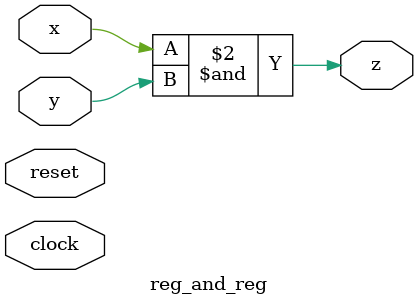
<source format=v>
/**
* Exercise 3.4
* you can change the code below freely
  * */
module reg_and_reg(
  input wire clock,
  input wire reset,
  input wire x,
  input wire y,
  output reg z
);
  always @(*) begin
    z = x & y;
  end
endmodule

</source>
